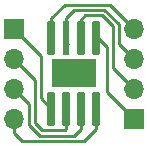
<source format=gtl>
G04 #@! TF.GenerationSoftware,KiCad,Pcbnew,(6.0.9)*
G04 #@! TF.CreationDate,2023-05-28T18:48:41+02:00*
G04 #@! TF.ProjectId,SOIC-SSOP-DIP adapter,534f4943-2d53-4534-9f50-2d4449502061,rev?*
G04 #@! TF.SameCoordinates,Original*
G04 #@! TF.FileFunction,Copper,L1,Top*
G04 #@! TF.FilePolarity,Positive*
%FSLAX46Y46*%
G04 Gerber Fmt 4.6, Leading zero omitted, Abs format (unit mm)*
G04 Created by KiCad (PCBNEW (6.0.9)) date 2023-05-28 18:48:41*
%MOMM*%
%LPD*%
G01*
G04 APERTURE LIST*
G04 Aperture macros list*
%AMRoundRect*
0 Rectangle with rounded corners*
0 $1 Rounding radius*
0 $2 $3 $4 $5 $6 $7 $8 $9 X,Y pos of 4 corners*
0 Add a 4 corners polygon primitive as box body*
4,1,4,$2,$3,$4,$5,$6,$7,$8,$9,$2,$3,0*
0 Add four circle primitives for the rounded corners*
1,1,$1+$1,$2,$3*
1,1,$1+$1,$4,$5*
1,1,$1+$1,$6,$7*
1,1,$1+$1,$8,$9*
0 Add four rect primitives between the rounded corners*
20,1,$1+$1,$2,$3,$4,$5,0*
20,1,$1+$1,$4,$5,$6,$7,0*
20,1,$1+$1,$6,$7,$8,$9,0*
20,1,$1+$1,$8,$9,$2,$3,0*%
G04 Aperture macros list end*
G04 #@! TA.AperFunction,ComponentPad*
%ADD10R,1.700000X1.700000*%
G04 #@! TD*
G04 #@! TA.AperFunction,ComponentPad*
%ADD11O,1.700000X1.700000*%
G04 #@! TD*
G04 #@! TA.AperFunction,SMDPad,CuDef*
%ADD12RoundRect,0.150000X-0.150000X1.322500X-0.150000X-1.322500X0.150000X-1.322500X0.150000X1.322500X0*%
G04 #@! TD*
G04 #@! TA.AperFunction,SMDPad,CuDef*
%ADD13RoundRect,0.138500X-0.138500X1.334000X-0.138500X-1.334000X0.138500X-1.334000X0.138500X1.334000X0*%
G04 #@! TD*
G04 #@! TA.AperFunction,SMDPad,CuDef*
%ADD14R,3.810000X2.410000*%
G04 #@! TD*
G04 #@! TA.AperFunction,ViaPad*
%ADD15C,0.900000*%
G04 #@! TD*
G04 #@! TA.AperFunction,Conductor*
%ADD16C,0.250000*%
G04 #@! TD*
G04 APERTURE END LIST*
D10*
X43180000Y-81280000D03*
D11*
X43180000Y-83820000D03*
X43180000Y-86360000D03*
X43180000Y-88900000D03*
D12*
X50165000Y-82107500D03*
X48895000Y-82107500D03*
D13*
X47602000Y-82107500D03*
D12*
X46355000Y-82107500D03*
X46355000Y-88052500D03*
X47625000Y-88052500D03*
X48895000Y-88052500D03*
X50165000Y-88052500D03*
D14*
X48260000Y-85080000D03*
D10*
X53340000Y-88900000D03*
D11*
X53340000Y-86360000D03*
X53340000Y-83820000D03*
X53340000Y-81280000D03*
D15*
X47117000Y-84455000D03*
X48387000Y-84455000D03*
X47117000Y-85725000D03*
X49657000Y-84455000D03*
X49657000Y-85725000D03*
X48387000Y-85725000D03*
D16*
X46291500Y-87989000D02*
X45466000Y-87163500D01*
X46355000Y-87989000D02*
X46291500Y-87989000D01*
X45466000Y-87163500D02*
X45466000Y-83566000D01*
X45466000Y-83566000D02*
X43180000Y-81280000D01*
X47625000Y-88116000D02*
X47625000Y-89789000D01*
X45582998Y-89905998D02*
X44958000Y-89281000D01*
X47752000Y-87989000D02*
X47625000Y-88116000D01*
X47625000Y-89789000D02*
X47508002Y-89905998D01*
X47508002Y-89905998D02*
X45582998Y-89905998D01*
X44958000Y-89281000D02*
X44958000Y-85598000D01*
X44958000Y-85598000D02*
X43180000Y-83820000D01*
X49022000Y-87555000D02*
X49022000Y-88849200D01*
X44450000Y-89408690D02*
X44450000Y-87630000D01*
X48895000Y-89789000D02*
X48328501Y-90355499D01*
X45396809Y-90355499D02*
X44450000Y-89408690D01*
X49022000Y-87989000D02*
X48895000Y-88116000D01*
X43180000Y-86766400D02*
X43180000Y-86360000D01*
X44450000Y-87630000D02*
X43180000Y-86360000D01*
X48328501Y-90355499D02*
X45396809Y-90355499D01*
X48895000Y-88116000D02*
X48895000Y-89789000D01*
X50165000Y-89789000D02*
X50165000Y-87682000D01*
X49149000Y-90805000D02*
X50165000Y-89789000D01*
X43180000Y-88900000D02*
X43180000Y-90102081D01*
X50165000Y-87682000D02*
X50292000Y-87555000D01*
X43180000Y-90102081D02*
X43882919Y-90805000D01*
X43882919Y-90805000D02*
X49149000Y-90805000D01*
X50421000Y-82171000D02*
X51054000Y-82804000D01*
X50292000Y-82171000D02*
X50421000Y-82171000D01*
X51054000Y-82804000D02*
X51054000Y-86614000D01*
X51054000Y-86614000D02*
X53340000Y-88900000D01*
X53340000Y-86360000D02*
X51562000Y-84582000D01*
X48895000Y-82044000D02*
X49022000Y-82171000D01*
X50683002Y-80147002D02*
X49265998Y-80147002D01*
X49265998Y-80147002D02*
X48895000Y-80518000D01*
X51562000Y-81026000D02*
X50683002Y-80147002D01*
X51562000Y-84582000D02*
X51562000Y-81026000D01*
X48895000Y-80518000D02*
X48895000Y-82044000D01*
X47752000Y-82605000D02*
X47602000Y-82455000D01*
X47602000Y-82455000D02*
X47602000Y-80414000D01*
X48318499Y-79697501D02*
X50869191Y-79697501D01*
X50869191Y-79697501D02*
X52070000Y-80898310D01*
X47602000Y-80414000D02*
X48318499Y-79697501D01*
X52070000Y-80898310D02*
X52070000Y-82550000D01*
X52070000Y-82550000D02*
X53340000Y-83820000D01*
X46355000Y-80391000D02*
X47498000Y-79248000D01*
X46482000Y-82605000D02*
X46355000Y-82478000D01*
X46355000Y-82478000D02*
X46355000Y-80391000D01*
X51308000Y-79248000D02*
X53340000Y-81280000D01*
X47498000Y-79248000D02*
X51308000Y-79248000D01*
M02*

</source>
